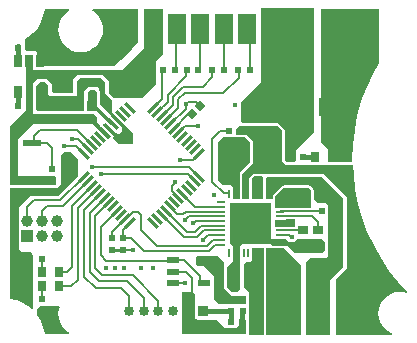
<source format=gtl>
G04*
G04 #@! TF.GenerationSoftware,Altium Limited,Altium Designer,22.10.1 (41)*
G04*
G04 Layer_Physical_Order=1*
G04 Layer_Color=255*
%FSLAX25Y25*%
%MOIN*%
G70*
G04*
G04 #@! TF.SameCoordinates,423579F9-A912-4673-8900-DDE07351D98F*
G04*
G04*
G04 #@! TF.FilePolarity,Positive*
G04*
G01*
G75*
%ADD17R,0.13800X0.13800*%
%ADD18R,0.02981X0.00803*%
%ADD19R,0.00803X0.02981*%
%ADD20R,0.02362X0.02362*%
%ADD21R,0.04331X0.02362*%
%ADD22R,0.02362X0.01968*%
%ADD23R,0.03150X0.03543*%
G04:AMPARAMS|DCode=24|XSize=11.81mil|YSize=46mil|CornerRadius=0mil|HoleSize=0mil|Usage=FLASHONLY|Rotation=225.000|XOffset=0mil|YOffset=0mil|HoleType=Round|Shape=Rectangle|*
%AMROTATEDRECTD24*
4,1,4,-0.01209,0.02044,0.02044,-0.01209,0.01209,-0.02044,-0.02044,0.01209,-0.01209,0.02044,0.0*
%
%ADD24ROTATEDRECTD24*%

G04:AMPARAMS|DCode=25|XSize=11.81mil|YSize=46mil|CornerRadius=0mil|HoleSize=0mil|Usage=FLASHONLY|Rotation=135.000|XOffset=0mil|YOffset=0mil|HoleType=Round|Shape=Rectangle|*
%AMROTATEDRECTD25*
4,1,4,0.02044,0.01209,-0.01209,-0.02044,-0.02044,-0.01209,0.01209,0.02044,0.02044,0.01209,0.0*
%
%ADD25ROTATEDRECTD25*%

%ADD26R,0.03543X0.03150*%
%ADD27R,0.01968X0.02362*%
%ADD28R,0.12598X0.06299*%
%ADD29R,0.05906X0.02165*%
%ADD30R,0.02362X0.02362*%
%ADD31P,0.03341X4X180.0*%
G04:AMPARAMS|DCode=32|XSize=19.68mil|YSize=23.62mil|CornerRadius=0mil|HoleSize=0mil|Usage=FLASHONLY|Rotation=315.000|XOffset=0mil|YOffset=0mil|HoleType=Round|Shape=Rectangle|*
%AMROTATEDRECTD32*
4,1,4,-0.01531,-0.00139,0.00139,0.01531,0.01531,0.00139,-0.00139,-0.01531,-0.01531,-0.00139,0.0*
%
%ADD32ROTATEDRECTD32*%

%ADD33R,0.02559X0.03937*%
%ADD61C,0.00799*%
%ADD62C,0.00591*%
%ADD63C,0.00551*%
%ADD64C,0.01500*%
%ADD65C,0.03000*%
%ADD66C,0.01000*%
%ADD67C,0.07087*%
%ADD68C,0.03347*%
%ADD69R,0.03347X0.03347*%
%ADD70C,0.03937*%
%ADD71R,0.03937X0.03937*%
%ADD72R,0.05906X0.09843*%
G04:AMPARAMS|DCode=73|XSize=98.43mil|YSize=59.06mil|CornerRadius=0mil|HoleSize=0mil|Usage=FLASHONLY|Rotation=90.000|XOffset=0mil|YOffset=0mil|HoleType=Round|Shape=Octagon|*
%AMOCTAGOND73*
4,1,8,0.01476,0.04921,-0.01476,0.04921,-0.02953,0.03445,-0.02953,-0.03445,-0.01476,-0.04921,0.01476,-0.04921,0.02953,-0.03445,0.02953,0.03445,0.01476,0.04921,0.0*
%
%ADD73OCTAGOND73*%

%ADD74R,0.07087X0.11811*%
G04:AMPARAMS|DCode=75|XSize=118.11mil|YSize=70.87mil|CornerRadius=17.72mil|HoleSize=0mil|Usage=FLASHONLY|Rotation=270.000|XOffset=0mil|YOffset=0mil|HoleType=Round|Shape=RoundedRectangle|*
%AMROUNDEDRECTD75*
21,1,0.11811,0.03543,0,0,270.0*
21,1,0.08268,0.07087,0,0,270.0*
1,1,0.03543,-0.01772,-0.04134*
1,1,0.03543,-0.01772,0.04134*
1,1,0.03543,0.01772,0.04134*
1,1,0.03543,0.01772,-0.04134*
%
%ADD75ROUNDEDRECTD75*%
%ADD76C,0.01772*%
%ADD77C,0.02000*%
G36*
X44835Y107030D02*
X44815Y99340D01*
X36645Y91170D01*
X10885D01*
X10885Y95835D01*
X10500Y96220D01*
X7535Y96220D01*
X6975Y96780D01*
Y100300D01*
X8134Y101010D01*
X9785Y102420D01*
X11195Y104071D01*
X12330Y105922D01*
X13161Y107929D01*
X13668Y110040D01*
X13680Y110197D01*
X21668D01*
X21790Y109712D01*
X21456Y109534D01*
X20329Y108608D01*
X19403Y107481D01*
X18716Y106194D01*
X18292Y104798D01*
X18149Y103347D01*
X18292Y101895D01*
X18716Y100499D01*
X19403Y99212D01*
X20329Y98085D01*
X21456Y97159D01*
X22743Y96472D01*
X24139Y96048D01*
X25591Y95905D01*
X27042Y96048D01*
X28438Y96472D01*
X29725Y97159D01*
X30852Y98085D01*
X31778Y99212D01*
X32465Y100499D01*
X32889Y101895D01*
X33032Y103347D01*
X32889Y104798D01*
X32465Y106194D01*
X31778Y107481D01*
X30852Y108608D01*
X29725Y109534D01*
X29391Y109712D01*
X29513Y110197D01*
X44835D01*
Y107030D01*
D02*
G37*
G36*
X52900Y95100D02*
X50830Y93030D01*
Y92260D01*
X50811D01*
Y87898D01*
X50830D01*
Y85210D01*
X46250Y80630D01*
X36592D01*
X35070Y82152D01*
X35070Y86050D01*
X32860Y88260D01*
X32583D01*
X32580Y88262D01*
X32190Y88339D01*
X25260D01*
X24870Y88262D01*
X24867Y88260D01*
X24460D01*
X23160Y86960D01*
Y82760D01*
X22760Y82360D01*
X16360D01*
X15860Y82860D01*
Y85160D01*
X14060Y86960D01*
X10990D01*
X9730Y85700D01*
Y75490D01*
X9960Y75260D01*
X30060D01*
X30960Y74360D01*
Y72470D01*
X31894Y71536D01*
X31927Y71369D01*
X32148Y71038D01*
X33742Y69444D01*
X33969Y69105D01*
X34005Y69016D01*
X34076Y68945D01*
X34132Y68862D01*
X35181Y67813D01*
X35109Y67449D01*
X34740Y67080D01*
X34680D01*
X31500Y70260D01*
X29481Y72035D01*
X9765D01*
X5600Y67870D01*
X5535D01*
Y67805D01*
X4550Y66820D01*
Y63220D01*
X4532Y63129D01*
Y55648D01*
X4609Y55258D01*
X4830Y54928D01*
X5161Y54707D01*
X5551Y54629D01*
X13425D01*
X13430Y54630D01*
X16958D01*
X17350Y54238D01*
Y51690D01*
X2090D01*
X2008Y52156D01*
Y71218D01*
X7190Y76400D01*
Y94903D01*
X7230Y94920D01*
X9730D01*
Y90090D01*
X9886D01*
Y90063D01*
X14445D01*
Y90090D01*
X39390D01*
X46540Y97240D01*
Y110197D01*
X52900D01*
X52900Y95100D01*
D02*
G37*
G36*
X33720Y85790D02*
Y82060D01*
X35880Y79900D01*
X35880Y75960D01*
X42890Y68950D01*
Y65180D01*
X38390D01*
X36127Y67443D01*
X36560Y67876D01*
X34853Y69583D01*
X34844Y69631D01*
X34534Y70094D01*
X32869Y71759D01*
X33473Y72363D01*
X34802Y71034D01*
X34885Y70978D01*
X34956Y70907D01*
X35276Y70694D01*
X36426Y69543D01*
X36584Y69438D01*
X36740Y69330D01*
X36750Y69328D01*
X36757Y69322D01*
X36780Y69318D01*
X36838Y69293D01*
X36908Y69277D01*
X36975Y69257D01*
X36989Y69251D01*
X37046Y69181D01*
X37269Y68975D01*
X37529Y68817D01*
X37815Y68713D01*
X37964Y68682D01*
X38190Y68664D01*
X38265Y68665D01*
X38412Y68690D01*
X38552Y68743D01*
X38679Y68823D01*
X38736Y68871D01*
X38736Y68871D01*
X39183Y69318D01*
X39216Y69354D01*
X39270Y69435D01*
X39307Y69525D01*
X39326Y69621D01*
X39328Y69670D01*
X39328Y69670D01*
X39328Y70644D01*
X39344Y70660D01*
X39327Y70677D01*
X39326Y70709D01*
X39307Y70804D01*
X39270Y70895D01*
X39215Y70976D01*
X39182Y71012D01*
X39182Y71012D01*
X38904Y71291D01*
X38900Y71316D01*
X38876Y71380D01*
X38866Y71395D01*
X38863Y71412D01*
X38801Y71506D01*
X38793Y71525D01*
X38778Y71540D01*
X38762Y71564D01*
X38666Y71718D01*
X38652Y71728D01*
X38642Y71743D01*
X37413Y72972D01*
X37413Y72972D01*
X33567Y76819D01*
X33526Y76879D01*
X33455Y76950D01*
X33399Y77034D01*
X32212Y78222D01*
X32194Y78233D01*
X32182Y78250D01*
X32182Y78250D01*
X32138Y78277D01*
X32103Y78316D01*
X32063Y78346D01*
X32010Y78399D01*
X31982Y78441D01*
X31971Y78470D01*
Y80898D01*
X31951Y80996D01*
Y81097D01*
X31940Y81156D01*
Y82610D01*
X31862Y83000D01*
X31827Y83053D01*
Y83638D01*
X31790D01*
Y83675D01*
X31186Y84278D01*
X30363D01*
X30248Y84301D01*
X28556D01*
X28442Y84278D01*
X28350Y84278D01*
X28350Y84278D01*
X28301Y84276D01*
X28301Y84276D01*
X28205Y84257D01*
X28205Y84257D01*
X28115Y84219D01*
X28115Y84219D01*
X28034Y84165D01*
X27997Y84132D01*
X27997Y84132D01*
X27835Y84002D01*
X27471Y83638D01*
X27465D01*
Y83632D01*
X27176Y83343D01*
X27120Y83259D01*
X27049Y83188D01*
X27046Y83180D01*
X26897Y83032D01*
X26864Y82996D01*
X26810Y82915D01*
X26773Y82824D01*
X26754Y82729D01*
X26751Y82680D01*
Y79784D01*
X26729Y79669D01*
Y76360D01*
X11174D01*
X10771Y76765D01*
X10830Y84810D01*
X11840Y85820D01*
X13620D01*
X14780Y84660D01*
Y81924D01*
X15500Y81240D01*
X23920D01*
X24270Y81590D01*
Y86330D01*
X25260Y87320D01*
X32190D01*
X33720Y85790D01*
D02*
G37*
G36*
X30920Y82610D02*
Y81055D01*
X30951Y80898D01*
Y78320D01*
X30981Y78198D01*
X31076Y77965D01*
X31214Y77755D01*
X31214Y77755D01*
X31390Y77576D01*
X31490Y77501D01*
X31491Y77501D01*
X31491Y77501D01*
X32678Y76313D01*
X32775Y76169D01*
X36692Y72251D01*
X36692Y72251D01*
X37921Y71022D01*
X37945Y70959D01*
X37968Y70843D01*
X38014Y70774D01*
X38043Y70697D01*
X37865Y70323D01*
X37382Y70178D01*
X37334Y70210D01*
X37245Y70228D01*
X37161Y70264D01*
X37148Y70264D01*
X35926Y71486D01*
X35523Y71755D01*
X33380Y73898D01*
X30918Y76360D01*
X27748D01*
Y79669D01*
X27890D01*
Y80643D01*
X27897Y80681D01*
X27890Y80719D01*
Y82588D01*
X27896Y82622D01*
X28556Y83281D01*
X30248D01*
X30920Y82610D01*
D02*
G37*
G36*
X103260Y69180D02*
X97490Y63410D01*
Y59880D01*
X97040Y59430D01*
X94150Y59430D01*
X93510Y60070D01*
X93510Y70060D01*
X91390Y72180D01*
X79510D01*
X78940Y72750D01*
Y79330D01*
X85670Y86060D01*
Y110502D01*
X103260D01*
X103260Y69180D01*
D02*
G37*
G36*
X124961Y92262D02*
X122952Y88676D01*
X120879Y84178D01*
X119165Y79531D01*
X117820Y74764D01*
X116854Y69907D01*
X116272Y64988D01*
X116077Y60039D01*
X116094Y59620D01*
X115747Y59260D01*
X108010D01*
Y63550D01*
X105560Y66000D01*
Y110197D01*
X124961D01*
Y92262D01*
D02*
G37*
G36*
X86490Y54170D02*
Y47130D01*
X82600D01*
X82600Y53850D01*
X83365Y54615D01*
X86044D01*
X86490Y54170D01*
D02*
G37*
G36*
X82060Y65860D02*
X82060Y59360D01*
X78650Y55950D01*
X78650Y47130D01*
X76644Y47121D01*
X76290Y47474D01*
Y50930D01*
X75660Y51560D01*
X73160D01*
X71260Y53460D01*
X71260Y65660D01*
X73160Y67560D01*
X80360Y67560D01*
X82060Y65860D01*
D02*
G37*
G36*
X102460Y50060D02*
Y44460D01*
X101995Y43995D01*
X90794Y43985D01*
X90440Y44339D01*
X90440Y47940D01*
X93270Y50770D01*
X101750D01*
X102460Y50060D01*
D02*
G37*
G36*
X97010Y37680D02*
X90490D01*
X90470Y37688D01*
Y40134D01*
X93415D01*
X93424Y40132D01*
X93432Y40134D01*
X94137D01*
Y40221D01*
X97010D01*
Y37680D01*
D02*
G37*
G36*
X89070Y45770D02*
Y33780D01*
X93880D01*
X95170Y32490D01*
X96740D01*
X97960Y33710D01*
X106090Y33710D01*
X107030Y32770D01*
X107030Y29920D01*
X106140Y29030D01*
X96940D01*
X94600Y31370D01*
X89710D01*
X89110Y31970D01*
X79270D01*
X79260Y31980D01*
X78650Y31370D01*
Y19810D01*
Y16890D01*
X77740Y15980D01*
X75820D01*
X74290Y17510D01*
Y24440D01*
X76260Y26410D01*
Y31440D01*
X75730Y31970D01*
X75310D01*
Y45790D01*
X89061D01*
X89070Y45770D01*
D02*
G37*
G36*
X91220Y71230D02*
X92580Y69870D01*
Y59790D01*
X94060Y58310D01*
X116445D01*
X116570Y55114D01*
X117150Y50219D01*
X118111Y45384D01*
X119449Y40640D01*
X121155Y36015D01*
X123219Y31539D01*
X125628Y27238D01*
X128366Y23140D01*
X131418Y19269D01*
X134397Y16046D01*
X134121Y15607D01*
X133283Y15862D01*
X131890Y15999D01*
X130497Y15862D01*
X129157Y15455D01*
X127923Y14796D01*
X126840Y13907D01*
X125952Y12825D01*
X125293Y11591D01*
X124886Y10251D01*
X124749Y8858D01*
X124886Y7465D01*
X125293Y6126D01*
X125952Y4891D01*
X126840Y3809D01*
X127923Y2921D01*
X129157Y2261D01*
X129350Y2203D01*
X129276Y1703D01*
X110580D01*
X110580Y20380D01*
X114190Y23990D01*
Y47540D01*
X106400Y55330D01*
X83030D01*
X81710Y54010D01*
X81710Y47120D01*
X79804Y47111D01*
X79450Y47464D01*
Y55355D01*
X83030Y58924D01*
Y66290D01*
X81060Y68260D01*
X80433D01*
X80360Y68274D01*
X77813Y68274D01*
X77460Y68628D01*
X77460Y70300D01*
X78390Y71230D01*
X82530D01*
X91220Y71230D01*
D02*
G37*
G36*
X73420Y25770D02*
Y24938D01*
X73348Y24830D01*
X73270Y24440D01*
Y17510D01*
X73348Y17120D01*
X73420Y17012D01*
Y16930D01*
X75620Y14730D01*
X80530D01*
Y12190D01*
X80380Y12040D01*
X71540D01*
X70170Y13410D01*
Y21120D01*
X66520Y24770D01*
X64420D01*
X63910Y25280D01*
Y27580D01*
X64250Y27920D01*
X71270D01*
X73420Y25770D01*
D02*
G37*
G36*
X24760Y60130D02*
Y54680D01*
X18140Y48060D01*
X8720D01*
X4930Y44270D01*
Y40409D01*
X4867Y40174D01*
Y39393D01*
X4930Y39158D01*
Y37752D01*
X4867D01*
Y31815D01*
X4930D01*
Y30300D01*
X6010Y29220D01*
X9138D01*
X9750Y28077D01*
X9750Y12210D01*
Y10412D01*
X9296Y10203D01*
X8134Y11195D01*
X6282Y12330D01*
X4276Y13161D01*
X2165Y13668D01*
X2008Y13680D01*
Y50660D01*
X17750D01*
X18035Y50945D01*
X18071Y50969D01*
X18095Y51005D01*
X18960Y51870D01*
X18960Y61630D01*
X19980Y62650D01*
X22240D01*
X24760Y60130D01*
D02*
G37*
G36*
X63060Y15960D02*
X63760Y15260D01*
Y12161D01*
X63547D01*
Y6815D01*
X64205D01*
X64360Y6660D01*
X71060D01*
X73331Y4389D01*
Y4118D01*
X77693D01*
Y4160D01*
X77760D01*
X78260Y4660D01*
X78260Y6760D01*
X80560D01*
Y2008D01*
X59525D01*
X59172Y2362D01*
X59260Y15960D01*
X63060Y15960D01*
D02*
G37*
G36*
X18519Y11058D02*
X18292Y10310D01*
X18149Y8858D01*
X18292Y7406D01*
X18716Y6011D01*
X19403Y4724D01*
X20329Y3596D01*
X21456Y2671D01*
X21790Y2493D01*
X21668Y2008D01*
X13680D01*
X13668Y2165D01*
X13161Y4276D01*
X12330Y6282D01*
X11195Y8134D01*
X11160Y8175D01*
Y10360D01*
X12260Y11460D01*
X18221D01*
X18519Y11058D01*
D02*
G37*
G36*
X113140Y47140D02*
Y24410D01*
X108550Y19820D01*
Y1703D01*
X100790D01*
Y25830D01*
X102290Y27330D01*
X107370D01*
X108060Y28020D01*
Y44890D01*
X107340Y45610D01*
X104540D01*
X103470Y46680D01*
Y49980D01*
X103121Y50329D01*
X103120Y50333D01*
X102965Y50565D01*
X102255Y51275D01*
X102023Y51430D01*
X102019Y51431D01*
X102000Y51450D01*
X101923D01*
X101750Y51484D01*
X93270D01*
X93096Y51450D01*
X92560D01*
X89900Y48790D01*
Y48393D01*
X89780Y48213D01*
X89725Y47940D01*
Y47120D01*
X87384D01*
X87355Y54045D01*
X87730Y54420D01*
X105860D01*
X113140Y47140D01*
D02*
G37*
G36*
X99160Y24640D02*
Y1703D01*
X87370D01*
Y30600D01*
X93200D01*
X99160Y24640D01*
D02*
G37*
G36*
X86601Y2057D02*
X86247Y1703D01*
X81660D01*
Y16057D01*
X80060Y17657D01*
Y25260D01*
X80760Y25960D01*
X82160D01*
X82598Y26398D01*
Y30669D01*
X86519D01*
X86601Y2057D01*
D02*
G37*
D17*
X82205Y38874D02*
D03*
D18*
X91945Y45961D02*
D03*
Y44386D02*
D03*
Y42811D02*
D03*
Y41237D02*
D03*
Y39662D02*
D03*
Y38087D02*
D03*
Y36512D02*
D03*
Y34937D02*
D03*
Y33363D02*
D03*
Y31788D02*
D03*
X72464D02*
D03*
Y33363D02*
D03*
Y34937D02*
D03*
Y36512D02*
D03*
Y38087D02*
D03*
Y39662D02*
D03*
Y41237D02*
D03*
Y42811D02*
D03*
Y44386D02*
D03*
Y45961D02*
D03*
D19*
X89291Y29134D02*
D03*
X87717D02*
D03*
X86142D02*
D03*
X84567D02*
D03*
X82992D02*
D03*
X81417D02*
D03*
X79843D02*
D03*
X78268D02*
D03*
X76693D02*
D03*
X75118D02*
D03*
Y48615D02*
D03*
X76693D02*
D03*
X78268D02*
D03*
X79843D02*
D03*
X81417D02*
D03*
X82992D02*
D03*
X84567D02*
D03*
X86142D02*
D03*
X87717D02*
D03*
X89291D02*
D03*
D20*
X52992Y90079D02*
D03*
X56929D02*
D03*
X78110D02*
D03*
X82047D02*
D03*
X73347D02*
D03*
X69409D02*
D03*
X64803D02*
D03*
X60866D02*
D03*
X4646Y97474D02*
D03*
X8583D02*
D03*
X12520Y13780D02*
D03*
X8583D02*
D03*
X12520Y26890D02*
D03*
X8583D02*
D03*
X99646Y61024D02*
D03*
X95709D02*
D03*
D21*
X66732Y19055D02*
D03*
Y26535D02*
D03*
X56496Y19055D02*
D03*
Y22795D02*
D03*
Y26535D02*
D03*
D22*
X78863Y69522D02*
D03*
X74926D02*
D03*
X25709Y81653D02*
D03*
X29646D02*
D03*
X75512Y6102D02*
D03*
X79449D02*
D03*
X4528Y77913D02*
D03*
X8465D02*
D03*
D23*
X82559Y23661D02*
D03*
X77047D02*
D03*
X12559Y17992D02*
D03*
X18465D02*
D03*
Y22716D02*
D03*
X12559D02*
D03*
X103661Y61024D02*
D03*
X109567D02*
D03*
D24*
X41877Y77436D02*
D03*
X40485Y76044D02*
D03*
X39093Y74652D02*
D03*
X37701Y73260D02*
D03*
X36309Y71868D02*
D03*
X34917Y70477D02*
D03*
X33525Y69085D02*
D03*
X32133Y67693D02*
D03*
X30741Y66301D02*
D03*
X29349Y64909D02*
D03*
X27957Y63517D02*
D03*
X26566Y62125D02*
D03*
X49759Y38932D02*
D03*
X51151Y40324D02*
D03*
X52543Y41716D02*
D03*
X53934Y43108D02*
D03*
X55326Y44500D02*
D03*
X56718Y45891D02*
D03*
X58110Y47284D02*
D03*
X59502Y48675D02*
D03*
X60894Y50067D02*
D03*
X62286Y51459D02*
D03*
X63678Y52851D02*
D03*
X65070Y54243D02*
D03*
D25*
X26566D02*
D03*
X27957Y52851D02*
D03*
X29349Y51459D02*
D03*
X30741Y50067D02*
D03*
X32133Y48675D02*
D03*
X33525Y47284D02*
D03*
X34917Y45891D02*
D03*
X36309Y44500D02*
D03*
X37701Y43108D02*
D03*
X39093Y41716D02*
D03*
X40485Y40324D02*
D03*
X41877Y38932D02*
D03*
X65070Y62125D02*
D03*
X63678Y63517D02*
D03*
X62286Y64909D02*
D03*
X60894Y66301D02*
D03*
X59502Y67693D02*
D03*
X58110Y69085D02*
D03*
X56718Y70477D02*
D03*
X55326Y71868D02*
D03*
X53934Y73260D02*
D03*
X52543Y74652D02*
D03*
X51151Y76044D02*
D03*
X49759Y77436D02*
D03*
D26*
X21142Y88504D02*
D03*
Y94016D02*
D03*
X104685Y30984D02*
D03*
Y36496D02*
D03*
X99764Y30984D02*
D03*
Y36496D02*
D03*
X21142Y78622D02*
D03*
Y84134D02*
D03*
D27*
X105866Y42874D02*
D03*
Y46811D02*
D03*
X15905Y53031D02*
D03*
Y56968D02*
D03*
X25709Y74094D02*
D03*
Y78031D02*
D03*
X79527Y9606D02*
D03*
Y13543D02*
D03*
X17165Y88622D02*
D03*
Y92559D02*
D03*
X28976Y77992D02*
D03*
Y74055D02*
D03*
X17165Y79803D02*
D03*
Y83740D02*
D03*
D28*
X111181Y77716D02*
D03*
X91496D02*
D03*
D29*
X9488Y52992D02*
D03*
Y65787D02*
D03*
D30*
X36102Y33937D02*
D03*
Y30000D02*
D03*
X39646D02*
D03*
Y33937D02*
D03*
X75630Y9606D02*
D03*
Y13543D02*
D03*
D31*
X65290Y77967D02*
D03*
X62506Y75183D02*
D03*
D32*
X33923Y79396D02*
D03*
X36707Y82179D02*
D03*
D33*
X12165Y82795D02*
D03*
X4685D02*
D03*
X4685Y93032D02*
D03*
X12165D02*
D03*
X8425D02*
D03*
D61*
X55326Y71868D02*
X60540Y77082D01*
Y78727D01*
X60989Y78913D02*
X61492Y79416D01*
X63943D01*
X65290Y78070D01*
Y77967D02*
Y78070D01*
X60669Y78913D02*
X60989D01*
X61702Y57641D02*
X65085Y54259D01*
X29442Y57641D02*
X61702D01*
X61229Y55300D02*
X63678Y52851D01*
X63678D01*
X32200Y55300D02*
X61229D01*
X56496Y26535D02*
X59935D01*
X65289Y19837D02*
Y21181D01*
X59935Y26535D02*
X65289Y21181D01*
Y19837D02*
X66071Y19055D01*
X66732D01*
X56496Y22795D02*
X60571D01*
X62825Y14467D02*
Y20541D01*
X60571Y22795D02*
X62825Y20541D01*
X33784Y77178D02*
Y79588D01*
X84569Y48617D02*
Y53379D01*
X102060Y31788D02*
X103882D01*
X91945D02*
X102060D01*
X82698Y69222D02*
X84360Y67560D01*
X78663Y69222D02*
X82698D01*
X78268Y48615D02*
Y51495D01*
X77160Y52603D02*
X78268Y51495D01*
X77160Y52603D02*
Y52760D01*
X81417Y48615D02*
Y55260D01*
X83547Y57389D02*
X84360D01*
X81417Y55260D02*
X83547Y57389D01*
X84360D02*
Y67560D01*
Y57389D02*
X107298D01*
X91945Y45961D02*
X95402D01*
X96103Y45260D01*
X96260D01*
X84821Y74191D02*
X88346Y77716D01*
X84821Y73090D02*
Y74191D01*
X84710Y72979D02*
X84821Y73090D01*
X10087Y46497D02*
X18789D01*
X7835Y39783D02*
Y44245D01*
X10087Y46497D01*
X12835Y39783D02*
Y43075D01*
X14458Y44698D02*
X19804D01*
X12835Y43075D02*
X14458Y44698D01*
X89291Y18110D02*
Y29134D01*
Y18110D02*
X94724Y12677D01*
Y10315D02*
Y12677D01*
X88346Y77716D02*
X91496D01*
X107298Y57389D02*
X116026Y48661D01*
X104370Y52835D02*
X105905Y51299D01*
X90315Y52835D02*
X104370D01*
X89291Y51811D02*
X90315Y52835D01*
X39646Y30000D02*
X39657Y29989D01*
X43044D01*
X43055Y29978D01*
X20074Y64656D02*
X20121Y64704D01*
X23956D01*
X22684Y67025D02*
X22795Y66914D01*
X24560D01*
X27957Y63517D01*
X24258Y70000D02*
X27298Y66960D01*
X9488Y65787D02*
X14173D01*
X9843Y67913D02*
X11929Y70000D01*
X27298Y66960D02*
X29349Y64909D01*
X27298Y66960D02*
X27298D01*
X11929Y70000D02*
X24258D01*
X18789Y46497D02*
X26535Y54243D01*
X26566D01*
X14173Y65787D02*
X15905Y64055D01*
Y56968D02*
Y64055D01*
X9843Y66142D02*
Y67913D01*
X9488Y65787D02*
X9843Y66142D01*
X19804Y44698D02*
X27957Y52851D01*
X22638Y44748D02*
X29349Y51459D01*
X22638Y24213D02*
Y44748D01*
X24567Y20118D02*
Y43893D01*
X28690Y48016D01*
X28652Y22647D02*
Y42411D01*
X33525Y47284D01*
X26709Y43251D02*
X30082Y46624D01*
X26709Y21007D02*
Y43251D01*
X32283Y37690D02*
X37701Y43108D01*
X32283Y28207D02*
Y37690D01*
X26709Y21007D02*
X30551Y17165D01*
X30452Y41426D02*
X32866Y43840D01*
X18465Y22716D02*
X18622Y22559D01*
X20984D01*
X22638Y24213D01*
X30452Y23828D02*
Y41426D01*
Y23828D02*
X32756Y21524D01*
X28652Y22647D02*
X31575Y19724D01*
X18465Y17992D02*
X22441D01*
X24567Y20118D01*
X32283Y28207D02*
X34019Y26471D01*
X58749Y60000D02*
X62975D01*
X63935Y60959D01*
X56315Y81009D02*
X59708Y84402D01*
X54516Y81773D02*
X60726Y87983D01*
X53934Y73260D02*
X58114Y77440D01*
X52716Y80394D02*
Y89803D01*
X52543Y74652D02*
X56315Y78425D01*
X58114Y80264D02*
X60227Y82376D01*
X56315Y78425D02*
Y81009D01*
X51151Y76075D02*
X54516Y79440D01*
X58114Y77440D02*
Y80264D01*
X49759Y77436D02*
X52716Y80394D01*
X54516Y79440D02*
Y81773D01*
X52716Y89803D02*
X52992Y90079D01*
X49759Y77436D02*
Y77436D01*
X51151Y76044D02*
Y76075D01*
X61299Y12941D02*
X62825Y14467D01*
X61299Y9488D02*
Y12941D01*
X56496Y19055D02*
X56521Y19031D01*
X60263D01*
X60287Y19006D01*
X51457Y9488D02*
Y13053D01*
X32756Y21524D02*
X42986D01*
X51457Y13053D01*
X34019Y26471D02*
X56496D01*
X38189Y67205D02*
X39436D01*
X40866Y68635D02*
Y70095D01*
X39436Y67205D02*
X40866Y68635D01*
X37701Y73260D02*
X40866Y70095D01*
X34917Y70477D02*
X36969Y68425D01*
X36969D01*
X38189Y67205D01*
X29561Y73049D02*
X33525Y69085D01*
X29561Y73049D02*
Y73470D01*
X28976Y74055D02*
X29561Y73470D01*
X33784Y77178D02*
X37701Y73260D01*
X29019Y77949D02*
X29482Y77486D01*
X30691D01*
X34258Y73920D01*
X34258D02*
X36309Y71868D01*
X34258Y73920D02*
X34258D01*
X33784Y79588D02*
X33978Y79782D01*
X60493Y71468D02*
X64643D01*
X60162Y71136D02*
X60493Y71468D01*
X23956Y64704D02*
X26550Y62110D01*
X26550D01*
X12520Y17953D02*
X12559Y17992D01*
X12520Y13780D02*
Y17953D01*
X12520Y22756D02*
Y26890D01*
Y22756D02*
X12559Y22716D01*
X28690Y48016D02*
X30741Y50067D01*
X28690Y48016D02*
Y48016D01*
X30551Y17165D02*
X39094D01*
X41614Y9488D02*
Y14646D01*
X39094Y17165D02*
X41614Y14646D01*
X31575Y19724D02*
X40905D01*
X46535Y14095D01*
Y9488D02*
Y14095D01*
X30082Y46624D02*
X32133Y48675D01*
X30082Y46624D02*
Y46624D01*
X32866Y43840D02*
X34917Y45891D01*
X32866Y43840D02*
Y43840D01*
X61391Y89963D02*
Y90053D01*
X60726Y87983D02*
Y89297D01*
X61391Y89963D01*
X60227Y82376D02*
X73085D01*
X59708Y84402D02*
X66252D01*
X69409Y87559D01*
X73085Y82376D02*
X78189Y87480D01*
X81142Y103622D02*
X82047Y102717D01*
Y90079D02*
Y102717D01*
X73268Y103622D02*
X73347Y103543D01*
Y90079D02*
Y103543D01*
X65354Y90079D02*
Y103583D01*
X65394Y103622D01*
X57480Y103583D02*
X57520Y103622D01*
X57480Y90079D02*
Y103583D01*
X58110Y69085D02*
X58297D01*
X52543Y74652D02*
Y74652D01*
X69409Y87559D02*
Y90079D01*
X78189Y87480D02*
Y90000D01*
X56718Y70477D02*
X61464Y75222D01*
X62309D01*
X78110Y90079D02*
X78189Y90000D01*
X58110Y69085D02*
X60162Y71136D01*
X60162D01*
X84567Y48615D02*
X84569Y48617D01*
Y53379D02*
X84582Y53392D01*
X114409Y10315D02*
X116026Y11931D01*
Y48661D01*
X105866Y46811D02*
X110000D01*
X111417Y26654D02*
Y45394D01*
X110000Y46811D02*
X111417Y45394D01*
X105905Y46850D02*
Y51299D01*
X105866Y46811D02*
X105905Y46850D01*
X76693Y48615D02*
X78043D01*
X79843D02*
X81193D01*
X104567Y10315D02*
Y19803D01*
X111417Y26654D01*
X89291Y48615D02*
Y51811D01*
X84567Y48615D02*
X85917D01*
X82992D02*
X84567D01*
X87717D02*
X89291D01*
X91945Y44386D02*
Y45961D01*
Y38087D02*
Y39662D01*
X95873Y38969D02*
X95984Y38858D01*
X76693Y33363D02*
X76890Y33559D01*
X76693Y29134D02*
Y33363D01*
Y24016D02*
Y29134D01*
Y24016D02*
X77047Y23661D01*
X76693Y29134D02*
X78268D01*
X82559Y23661D02*
X82992Y24094D01*
Y29134D01*
X84567D02*
X85917D01*
X82992D02*
X84567D01*
X87717D02*
X89291D01*
X103882Y31788D02*
X104685Y30984D01*
X91945Y31788D02*
Y33363D01*
X87520Y33559D02*
X87717Y33363D01*
X91945D01*
X36102Y35941D02*
X40485Y40324D01*
X36102Y33937D02*
Y35941D01*
X39646Y36701D02*
X41877Y38932D01*
Y38932D01*
X39646Y33937D02*
Y36701D01*
D62*
X61085Y35958D02*
X63657D01*
X65782Y38083D02*
X71269D01*
X63657Y35958D02*
X65782Y38083D01*
X53934Y43108D02*
X61085Y35958D01*
X95704Y33898D02*
X95854D01*
X91945Y34937D02*
X94902D01*
X95641Y34198D01*
X95854D01*
X69260Y66860D02*
X71922Y69522D01*
X74926D01*
X69260Y52787D02*
Y66860D01*
Y52787D02*
X73228Y48819D01*
X56913Y52411D02*
Y52502D01*
X55845Y51343D02*
X56913Y52411D01*
X55845Y49549D02*
Y51343D01*
Y49549D02*
X58110Y47284D01*
X68190Y29685D02*
X70277Y31772D01*
X46654Y29685D02*
X68190D01*
X42402Y33937D02*
X46654Y29685D01*
X45709Y36693D02*
X51126Y31276D01*
X67532D01*
X69603Y33347D01*
X66459Y33260D02*
X68141Y34941D01*
X66433Y33260D02*
X66459D01*
X63791Y44386D02*
X72464D01*
X72448Y42796D02*
X72464Y42811D01*
X59814Y42055D02*
X60554Y42796D01*
X59502Y48675D02*
X63791Y44386D01*
X60554Y42796D02*
X72448D01*
X57770Y42055D02*
X59814D01*
X55326Y44500D02*
X57770Y42055D01*
X73228Y48819D02*
X74794D01*
X74998Y48615D01*
X71273Y38087D02*
X72464D01*
X71269Y38083D02*
X71273Y38087D01*
X64021Y39674D02*
X72452D01*
X62953Y38819D02*
X63166D01*
X64021Y39674D01*
X72452D02*
X72464Y39662D01*
X68141Y34941D02*
X70084D01*
X69603Y33363D02*
X72464D01*
X70277Y31772D02*
X71269D01*
X71285Y31788D02*
X72464D01*
X71269Y31772D02*
X71285Y31788D01*
X45709Y36693D02*
Y41693D01*
X70084Y34941D02*
X70088Y34937D01*
X72464D01*
X104567Y36614D02*
X104685Y36496D01*
X104567Y36614D02*
Y39370D01*
X102700Y41237D02*
X104567Y39370D01*
X91945Y41237D02*
X102700D01*
X91961Y36528D02*
X99732D01*
X99764Y36496D01*
X91945Y36512D02*
X91961Y36528D01*
Y42827D02*
X105827D01*
X105843Y42811D01*
X105866Y42835D01*
X91945Y42811D02*
X91961Y42827D01*
X39646Y33937D02*
X42402D01*
X44700Y42702D02*
X45709Y41693D01*
X42863Y42702D02*
X44700D01*
X40485Y40324D02*
X42863Y42702D01*
D63*
X60111Y34148D02*
X64185D01*
X66550Y36512D02*
X72464D01*
X64185Y34148D02*
X66550Y36512D01*
X52543Y41716D02*
X60111Y34148D01*
X60282Y39940D02*
X61567Y41225D01*
X72452D02*
X72464Y41237D01*
X61567Y41225D02*
X72452D01*
D64*
X8536Y23171D02*
Y26459D01*
X7160Y21795D02*
X8536Y23171D01*
X72176Y16997D02*
X75630Y13543D01*
X70202Y26477D02*
X72176Y24503D01*
Y16997D02*
Y24503D01*
X16931Y79840D02*
X17400Y79372D01*
X20694Y52377D02*
Y60791D01*
X7160Y20560D02*
Y21795D01*
X7056Y18940D02*
Y20456D01*
X7160Y20560D01*
X7056Y18940D02*
X8536Y17460D01*
X8583Y26506D02*
Y26890D01*
X8536Y26459D02*
X8583Y26506D01*
X8536Y13826D02*
Y17460D01*
Y13826D02*
X8583Y13780D01*
X8484Y88563D02*
X17165D01*
X21083D01*
X109567Y61024D02*
Y77716D01*
X82500Y23602D02*
X82559Y23661D01*
X95709Y61024D02*
Y76653D01*
X94646Y77716D02*
X95709Y76653D01*
X103661Y61024D02*
X103661Y61024D01*
X99646Y61024D02*
X103661D01*
X109370Y77913D02*
X109567Y77716D01*
X67913Y26535D02*
X67972Y26477D01*
X70202D01*
X17276Y48959D02*
X20694Y52377D01*
X2734Y44545D02*
X7148Y48959D01*
X9488Y52992D02*
X9508Y53012D01*
X15886D01*
X15905Y53031D01*
X2734Y55118D02*
Y67838D01*
Y55118D02*
X4860Y52992D01*
X9488D01*
X2734Y28622D02*
Y44545D01*
X4467Y26890D02*
X8583D01*
X2734Y28622D02*
X4467Y26890D01*
X25669Y85669D02*
X31681D01*
X25438D02*
X25669D01*
X31681D02*
X32704Y84646D01*
X25661Y85661D02*
X25669Y85669D01*
X12200Y77743D02*
Y81577D01*
X12375Y81752D02*
X12520D01*
X12200Y81577D02*
X12375Y81752D01*
X12520D02*
Y82441D01*
Y81752D02*
X14392Y79880D01*
X12165Y82795D02*
X12520Y82441D01*
X8565Y73883D02*
X25497D01*
X25709Y74094D01*
X8465Y73568D02*
Y77913D01*
X25709Y74055D02*
X28976D01*
X2734Y67838D02*
X8465Y73568D01*
X21142Y78622D02*
X21437Y78327D01*
X20363Y79401D02*
X21142Y78622D01*
X25709Y81653D02*
Y81840D01*
Y78031D02*
Y81653D01*
X75630Y13543D02*
X79527D01*
X61299Y9488D02*
X61496Y9291D01*
X79449Y6102D02*
X79488Y6142D01*
Y9567D01*
X79527Y9606D01*
X75571Y9547D02*
X75630Y9606D01*
X75571Y9547D02*
X75571Y9547D01*
X75571Y6161D02*
Y9547D01*
X75512Y6102D02*
X75571Y6161D01*
X66280Y9547D02*
X75571D01*
X66220Y9488D02*
X66280Y9547D01*
X8307Y92913D02*
X8445Y92776D01*
X12165Y93032D02*
X12638Y92559D01*
X12047Y93150D02*
X12165Y93032D01*
X36707Y82179D02*
X36846Y82319D01*
X49646Y95118D01*
X14392Y79880D02*
X16931D01*
Y79840D02*
Y79880D01*
X21346Y94221D02*
X38520D01*
X41629Y97329D01*
X21142Y94016D02*
X21346Y94221D01*
X41629Y103480D02*
X41772Y103622D01*
X41629Y97329D02*
Y103480D01*
X32704Y81055D02*
X33978Y79782D01*
X28976Y77992D02*
X29211Y78226D01*
Y81415D01*
X29449Y81653D01*
X29646D01*
X25661Y81888D02*
Y85661D01*
Y81888D02*
X25709Y81840D01*
X32704Y81055D02*
Y84646D01*
X49646Y95118D02*
Y103622D01*
X8445Y77933D02*
Y88602D01*
X8484Y88563D01*
X8445Y88602D02*
Y92776D01*
Y77933D02*
X8465Y77913D01*
X17400Y79401D02*
X20363D01*
X12047Y93150D02*
Y97874D01*
X8583Y97874D02*
X12047D01*
X17087D01*
X12047D02*
X12047Y97874D01*
X12638Y92559D02*
X17165D01*
X20945Y94016D02*
X21142D01*
X17087Y97874D02*
X20945Y94016D01*
X4665Y93051D02*
X4685Y93032D01*
X4646Y97874D02*
X4665Y97854D01*
Y93051D02*
Y97854D01*
X8307Y92913D02*
X8425Y93032D01*
X21083Y88563D02*
X21142Y88504D01*
Y84134D02*
Y88504D01*
X17165Y83740D02*
X17362Y83937D01*
X20945D01*
X21142Y84134D01*
X25474Y78327D02*
X25709Y78092D01*
Y78031D02*
Y78092D01*
X21437Y78327D02*
X25474D01*
X25709Y78031D02*
X25709Y78031D01*
X4528Y77913D02*
X4606Y77992D01*
Y82717D02*
X4685Y82795D01*
X4606Y77992D02*
Y82717D01*
D65*
X100310Y97142D02*
Y98706D01*
X101160Y84231D02*
Y96292D01*
X94646Y77716D02*
X101160Y84231D01*
X99528Y99488D02*
X100310Y98706D01*
Y97142D02*
X101160Y96292D01*
X109370Y77913D02*
Y99488D01*
D66*
X36102Y30000D02*
X39646D01*
D67*
X109370Y99488D02*
D03*
X99528D02*
D03*
D68*
X41614Y9488D02*
D03*
X46535D02*
D03*
X51457D02*
D03*
X56378D02*
D03*
X61299D02*
D03*
D69*
X66220D02*
D03*
D70*
X17835Y39783D02*
D03*
Y34784D02*
D03*
X12835Y39783D02*
D03*
Y34784D02*
D03*
X7835Y39783D02*
D03*
D71*
Y34784D02*
D03*
D72*
X81142Y103622D02*
D03*
X65394D02*
D03*
X57520D02*
D03*
X49646D02*
D03*
X73268D02*
D03*
D73*
X41772D02*
D03*
D74*
X94724Y10315D02*
D03*
X104567D02*
D03*
D75*
X114409D02*
D03*
D76*
X60540Y78727D02*
D03*
X71760Y17140D02*
D03*
X29442Y57641D02*
D03*
X32200Y55300D02*
D03*
X58749Y60000D02*
D03*
X76890Y33559D02*
D03*
Y37103D02*
D03*
Y40646D02*
D03*
X76890Y44189D02*
D03*
X80433D02*
D03*
X83976D02*
D03*
X87520D02*
D03*
X80433Y40646D02*
D03*
Y37103D02*
D03*
Y33559D02*
D03*
X83976Y40646D02*
D03*
Y37103D02*
D03*
Y33559D02*
D03*
X87520Y40646D02*
D03*
Y37103D02*
D03*
Y33559D02*
D03*
X95260Y73440D02*
D03*
X98440Y70260D02*
D03*
X95260D02*
D03*
X33860Y24060D02*
D03*
X40060D02*
D03*
X36960D02*
D03*
X49760D02*
D03*
X45760D02*
D03*
X68960Y5160D02*
D03*
X65860D02*
D03*
X64360Y3260D02*
D03*
X67460D02*
D03*
X70560D02*
D03*
X73660D02*
D03*
X48360Y96060D02*
D03*
X51460D02*
D03*
X16860Y3960D02*
D03*
Y7060D02*
D03*
X14160Y5560D02*
D03*
Y8660D02*
D03*
X16860Y10160D02*
D03*
X7160Y23517D02*
D03*
Y20560D02*
D03*
X12260Y49360D02*
D03*
X15360D02*
D03*
X20260Y58360D02*
D03*
Y55260D02*
D03*
X23160Y56960D02*
D03*
Y60060D02*
D03*
X18400Y77743D02*
D03*
X15300D02*
D03*
X12200D02*
D03*
X31460Y95860D02*
D03*
X13360Y102060D02*
D03*
X16460D02*
D03*
Y105160D02*
D03*
Y108260D02*
D03*
X36760Y95860D02*
D03*
Y98960D02*
D03*
Y102060D02*
D03*
Y108260D02*
D03*
Y105160D02*
D03*
X95854Y34198D02*
D03*
X84810Y76760D02*
D03*
X107660Y94160D02*
D03*
X111660D02*
D03*
X115660Y96660D02*
D03*
Y100660D02*
D03*
Y104660D02*
D03*
X111660D02*
D03*
X107660D02*
D03*
X123460Y94360D02*
D03*
X120960Y96660D02*
D03*
Y100660D02*
D03*
Y104660D02*
D03*
Y108660D02*
D03*
X115660D02*
D03*
X107660D02*
D03*
X111660D02*
D03*
X97560Y94060D02*
D03*
X101160D02*
D03*
X94260Y96760D02*
D03*
X91160D02*
D03*
Y100760D02*
D03*
Y104760D02*
D03*
Y108760D02*
D03*
X94260Y100760D02*
D03*
Y104760D02*
D03*
X97760D02*
D03*
X101760D02*
D03*
X94260Y108760D02*
D03*
X101760D02*
D03*
X97760D02*
D03*
X69960Y48160D02*
D03*
X83260Y6860D02*
D03*
Y10060D02*
D03*
Y13260D02*
D03*
Y16460D02*
D03*
Y19660D02*
D03*
X70602Y26177D02*
D03*
X71760Y19860D02*
D03*
X89460Y5760D02*
D03*
Y9760D02*
D03*
Y13760D02*
D03*
Y21760D02*
D03*
X93460D02*
D03*
X97460D02*
D03*
X89460Y17760D02*
D03*
X93460D02*
D03*
X97460D02*
D03*
X73760Y53260D02*
D03*
X77360D02*
D03*
X102760Y17660D02*
D03*
X106760D02*
D03*
Y21660D02*
D03*
X102760D02*
D03*
X111260Y33660D02*
D03*
X110760Y29660D02*
D03*
Y25660D02*
D03*
X106760D02*
D03*
X102760D02*
D03*
X112760Y17960D02*
D03*
X116760D02*
D03*
X120760Y5560D02*
D03*
Y9960D02*
D03*
Y13960D02*
D03*
Y17960D02*
D03*
X126760Y18160D02*
D03*
Y22160D02*
D03*
X123760Y25260D02*
D03*
X120760Y21760D02*
D03*
X116760D02*
D03*
X119760Y25260D02*
D03*
X115760D02*
D03*
X119760Y29760D02*
D03*
X115760D02*
D03*
X119760Y33760D02*
D03*
X115760D02*
D03*
X80660Y59760D02*
D03*
Y63760D02*
D03*
X96260Y49460D02*
D03*
X101260D02*
D03*
X96260Y45460D02*
D03*
X101260D02*
D03*
X84810Y73579D02*
D03*
X76929Y78465D02*
D03*
X56913Y52502D02*
D03*
X43055Y29978D02*
D03*
X20074Y64656D02*
D03*
X22684Y67025D02*
D03*
X60287Y19006D02*
D03*
X66433Y33260D02*
D03*
X64643Y71468D02*
D03*
X60282Y39940D02*
D03*
X84282Y52492D02*
D03*
X95984Y38858D02*
D03*
X62953Y38819D02*
D03*
D77*
X26069Y85569D02*
D03*
M02*

</source>
